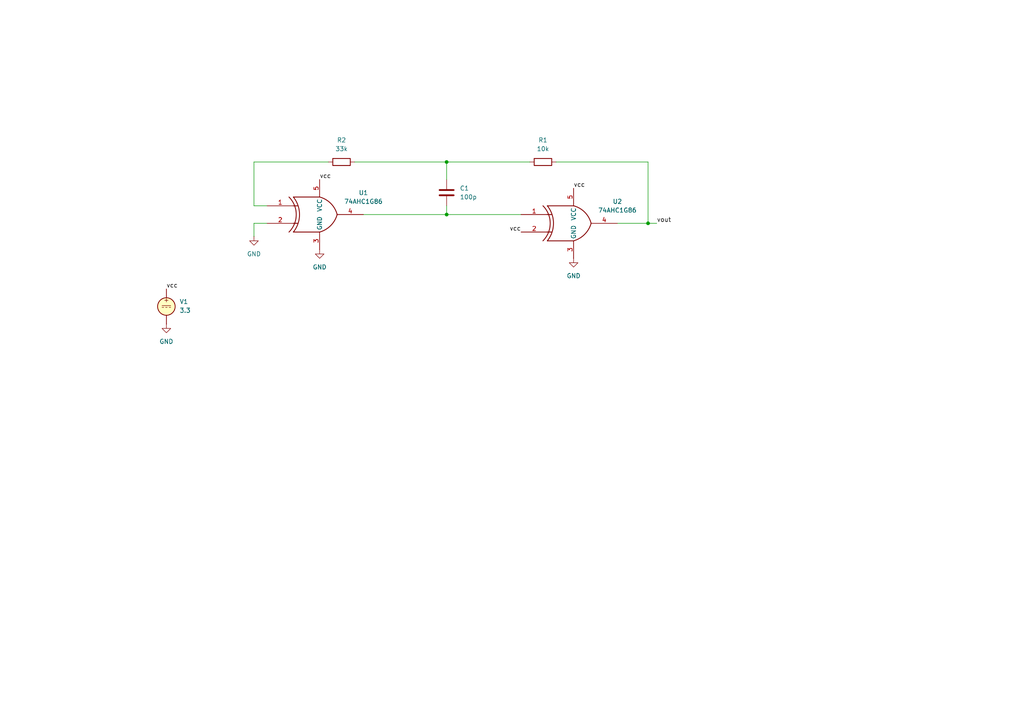
<source format=kicad_sch>
(kicad_sch (version 20231120) (generator "eeschema") (generator_version "8.0")
  (paper "A4")
  (lib_symbols
    (symbol "74xGxx:74AHC1G86"
      (property "Reference" "U" (at -2.54 3.81 0))
      (property "Value" "74AHC1G86" (at 0 -3.81 0))
      (symbol "74AHC1G86_0_1"
        (arc (start -8.89 -5.08) (mid -6.7858 0) (end -8.89 5.08) (stroke (width 0.254)))
        (arc (start -7.62 -5.08) (mid -5.838 0) (end -7.62 5.08) (stroke (width 0.254)))
        (arc (start 0 -5.08) (mid 3.1986 -3.2054) (end 5.08 0) (stroke (width 0.254)))
        (polyline (pts (xy -7.62 -2.54) (xy -6.35 -2.54)) (stroke (width 0.254)) (fill (type background)))
        (polyline (pts (xy -7.62 2.54) (xy -6.35 2.54)) (stroke (width 0.254)) (fill (type background)))
        (polyline (pts (xy 0 -5.08) (xy -7.62 -5.08)) (stroke (width 0.254)) (fill (type background)))
        (polyline (pts (xy 0 5.08) (xy -7.62 5.08)) (stroke (width 0.254)) (fill (type background)))
        (arc (start 5.08 0) (mid 3.2238 3.2304) (end 0 5.08) (stroke (width 0.254)))
      )
      (symbol "74AHC1G86_1_1"
        (pin input line (at -15.24 2.54 0) (length 7.62) (name "~") (number "1"))
        (pin input line (at -15.24 -2.54 0) (length 7.62) (name "~") (number "2"))
        (pin power_in line (at 0 -10.16 90) (length 5.08) (name "GND") (number "3"))
        (pin output line (at 12.7 0 180) (length 7.62) (name "~") (number "4"))
        (pin power_in line (at 0 10.16 270) (length 5.08) (name "VCC") (number "5"))
      )
    )
    (symbol "Device:C" (pin_numbers hide) (pin_names (offset 0.254))
      (property "Reference" "C" (at 0.635 2.54 0))
      (property "Value" "C" (at 0.635 -2.54 0))
      (symbol "C_0_1"
        (polyline (pts (xy -2.032 -0.762) (xy 2.032 -0.762)) (stroke (width 0.508)))
        (polyline (pts (xy -2.032 0.762) (xy 2.032 0.762)) (stroke (width 0.508)))
      )
      (symbol "C_1_1"
        (pin passive line (at 0 3.81 270) (length 2.794) (name "~") (number "1"))
        (pin passive line (at 0 -3.81 90) (length 2.794) (name "~") (number "2"))
      )
    )
    (symbol "Device:R" (pin_numbers hide) (pin_names (offset 0))
      (property "Reference" "R" (at 2.032 0 90))
      (property "Value" "R" (at 0 0 90))
      (symbol "R_0_1"
        (rectangle (start -1.016 -2.54) (end 1.016 2.54) (stroke (width 0.254)))
      )
      (symbol "R_1_1"
        (pin passive line (at 0 3.81 270) (length 1.27) (name "~") (number "1"))
        (pin passive line (at 0 -3.81 90) (length 1.27) (name "~") (number "2"))
      )
    )
    (symbol "Simulation_SPICE:VDC" (pin_numbers hide) (pin_names (offset 0.0254))
      (property "Reference" "V" (at 2.54 2.54 0))
      (property "Value" "1" (at 2.54 0 0))
      (symbol "VDC_0_0"
        (polyline (pts (xy -1.27 0.254) (xy 1.27 0.254)))
        (polyline (pts (xy -0.762 -0.254) (xy -1.27 -0.254)))
        (polyline (pts (xy 0.254 -0.254) (xy -0.254 -0.254)))
        (polyline (pts (xy 1.27 -0.254) (xy 0.762 -0.254)))
        (text "+" (at 0 1.905 0) (effects (font (size 1.27 1.27))))
      )
      (symbol "VDC_0_1"
        (circle (center 0 0) (radius 2.54) (stroke (width 0.254)) (fill (type background)))
      )
      (symbol "VDC_1_1"
        (pin passive line (at 0 5.08 270) (length 2.54) (name "~") (number "1"))
        (pin passive line (at 0 -5.08 90) (length 2.54) (name "~") (number "2"))
      )
    )
    (symbol "power:GND" (power) (pin_numbers hide) (pin_names (offset 0) hide)
      (property "Value" "GND" (at 0 -3.81 0))
      (symbol "GND_0_1"
        (polyline (pts (xy 0 0) (xy 0 -1.27) (xy 1.27 -1.27) (xy 0 -2.54) (xy -1.27 -1.27) (xy 0 -1.27)))
      )
      (symbol "GND_1_1"
        (pin power_in line (at 0 0 270) (length 0) (name "~") (number "1"))
      )
    )
  )
  (junction (at 129.54 62.23))
  (junction (at 187.96 64.77))
  (junction (at 129.54 46.99))
  (wire (pts (xy 187.96 46.99) (xy 161.29 46.99)))
  (wire (pts (xy 187.96 64.77) (xy 187.96 46.99)))
  (wire (pts (xy 129.54 59.69) (xy 129.54 62.23)))
  (wire (pts (xy 102.87 46.99) (xy 129.54 46.99)))
  (wire (pts (xy 73.66 64.77) (xy 77.47 64.77)))
  (wire (pts (xy 73.66 68.58) (xy 73.66 64.77)))
  (wire (pts (xy 190.5 64.77) (xy 187.96 64.77)))
  (wire (pts (xy 73.66 59.69) (xy 77.47 59.69)))
  (wire (pts (xy 95.25 46.99) (xy 73.66 46.99)))
  (wire (pts (xy 187.96 64.77) (xy 179.07 64.77)))
  (wire (pts (xy 105.41 62.23) (xy 129.54 62.23)))
  (wire (pts (xy 129.54 62.23) (xy 151.13 62.23)))
  (wire (pts (xy 73.66 46.99) (xy 73.66 59.69)))
  (wire (pts (xy 129.54 46.99) (xy 153.67 46.99)))
  (wire (pts (xy 129.54 46.99) (xy 129.54 52.07)))
  (label "vcc" (at 166.37 54.61 0))
  (label "vcc" (at 151.13 67.31 180))
  (label "vcc" (at 92.71 52.07 0))
  (label "vcc" (at 48.26 83.82 0))
  (label "vout" (at 190.5 64.77 0))
  (symbol (lib_id "Device:R") (at 99.06 46.99 90) (unit 1)
    (property "Reference" "R2" (at 99.06 40.64 90))
    (property "Value" "33k" (at 99.06 43.18 90))
    (property "Description" "Resistor" (effects (hide yes)))
  )
  (symbol (lib_id "Device:R") (at 157.48 46.99 90) (unit 1)
    (property "Reference" "R1" (at 157.48 40.64 90))
    (property "Value" "10k" (at 157.48 43.18 90))
    (property "Description" "Resistor" (effects (hide yes)))
  )
  (symbol (lib_id "power:GND") (at 48.26 93.98 0) (unit 1)
    (property "Reference" "#PWR01" (effects (hide yes)))
    (property "Value" "GND" (at 48.26 99.06 0))
    (property "Description" "Power symbol creates a global label with name \"GND\" , ground" (effects (hide yes)))
  )
  (symbol (lib_id "power:GND") (at 166.37 74.93 0) (unit 1)
    (property "Reference" "#PWR03" (effects (hide yes)))
    (property "Value" "GND" (at 166.37 80.01 0))
    (property "Description" "Power symbol creates a global label with name \"GND\" , ground" (effects (hide yes)))
  )
  (symbol (lib_id "power:GND") (at 73.66 68.58 0) (unit 1)
    (property "Reference" "#PWR04" (effects (hide yes)))
    (property "Value" "GND" (at 73.66 73.66 0))
    (property "Description" "Power symbol creates a global label with name \"GND\" , ground" (effects (hide yes)))
  )
  (symbol (lib_id "Simulation_SPICE:VDC") (at 48.26 88.9 0) (unit 1)
    (property "Reference" "V1" (at 52.07 87.5001 0) (effects (justify left)))
    (property "Value" "3.3" (at 52.07 90.0401 0) (effects (justify left)))
    (property "Datasheet" "https://ngspice.sourceforge.io/docs/ngspice-html-manual/manual.xhtml#sec_Independent_Sources_for" (effects (hide yes)))
    (property "Description" "Voltage source, DC" (effects (hide yes)))
    (property "Sim.Pins" "1=+ 2=-" (effects (hide yes)))
    (property "Sim.Type" "DC" (effects (hide yes)))
    (property "Sim.Device" "V" (effects (hide yes)))
  )
  (symbol (lib_id "power:GND") (at 92.71 72.39 0) (unit 1)
    (property "Reference" "#PWR02" (effects (hide yes)))
    (property "Value" "GND" (at 92.71 77.47 0))
    (property "Description" "Power symbol creates a global label with name \"GND\" , ground" (effects (hide yes)))
  )
  (symbol (lib_id "74xGxx:74AHC1G86") (at 166.37 64.77 0) (unit 1)
    (property "Reference" "U2" (at 179.07 58.4514 0))
    (property "Value" "74AHC1G86" (at 179.07 60.9914 0))
    (property "Datasheet" "http://www.ti.com/lit/sg/scyt129e/scyt129e.pdf" (effects (hide yes)))
    (property "Description" "Single XOR Gate, Low-Voltage CMOS" (effects (hide yes)))
    (property "Sim.Library" "../SN74LVC86A.cir" (effects (hide yes)))
    (property "Sim.Name" "SN74LVC86A" (effects (hide yes)))
    (property "Sim.Device" "SUBCKT" (effects (hide yes)))
    (property "Sim.Pins" "1=A 2=B 3=AGND 4=Y 5=VCC" (effects (hide yes)))
  )
  (symbol (lib_id "74xGxx:74AHC1G86") (at 92.71 62.23 0) (unit 1)
    (property "Reference" "U1" (at 105.41 55.9114 0))
    (property "Value" "74AHC1G86" (at 105.41 58.4514 0))
    (property "Datasheet" "http://www.ti.com/lit/sg/scyt129e/scyt129e.pdf" (effects (hide yes)))
    (property "Description" "Single XOR Gate, Low-Voltage CMOS" (effects (hide yes)))
    (property "Sim.Library" "../SN74LVC86A.cir" (effects (hide yes)))
    (property "Sim.Name" "SN74LVC86A" (effects (hide yes)))
    (property "Sim.Device" "SUBCKT" (effects (hide yes)))
    (property "Sim.Pins" "1=A 2=B 3=AGND 4=Y 5=VCC" (effects (hide yes)))
  )
  (symbol (lib_id "Device:C") (at 129.54 55.88 0) (unit 1)
    (property "Reference" "C1" (at 133.35 54.6099 0) (effects (justify left)))
    (property "Value" "100p" (at 133.35 57.1499 0) (effects (justify left)))
    (property "Description" "Unpolarized capacitor" (effects (hide yes)))
  )
)
</source>
